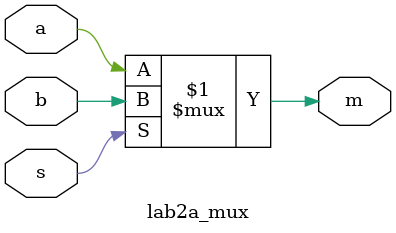
<source format=v>
module lab2a_mux (
    input  a, b, s, 
    output m
);

assign m = s? b:a;

endmodule

</source>
